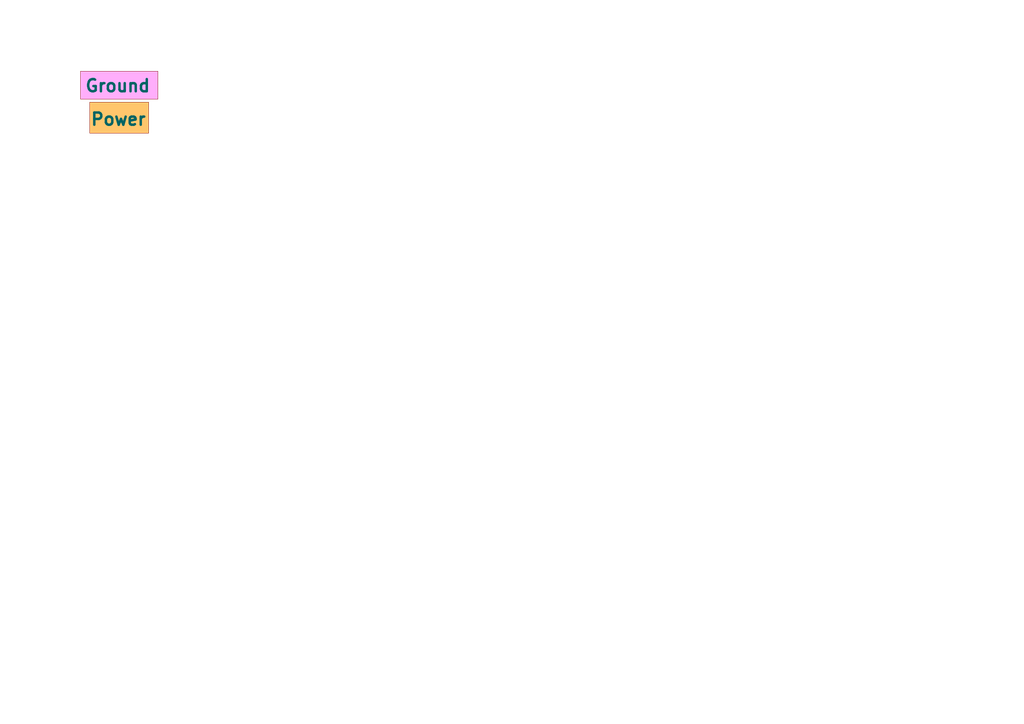
<source format=kicad_sch>
(kicad_sch (version 20250114) (generator "eeschema") (generator_version "9.0")
  (paper "A3")
  (title_block (title "HYDRA Clock Master") (date "2025-08-01") (rev "0"))
  (lib_symbols)
  (sheet (at 36.83 41.91) (size 24.13 12.7) (stroke (width 0.1524)) (fill (color 255 198 108 1.0000))
    (property "Sheetname" "Power" (at 36.83 51.816 0) (effects (font (size 5 5) (thickness 1) (bold yes)) (justify left bottom)))
    (property "Sheetfile" "power.kicad_sch" (effects (hide yes)))
  )
  (sheet (at 33.02 29.21) (size 31.75 11.43) (stroke (width 0.1524)) (fill (color 255 174 251 1.0000))
    (property "Sheetname" "Ground" (at 34.544 38.1 0) (effects (font (size 5 5) (thickness 1) (bold yes)) (justify left bottom)))
    (property "Sheetfile" "gnd.kicad_sch" (effects (hide yes)))
  )
)
</source>
